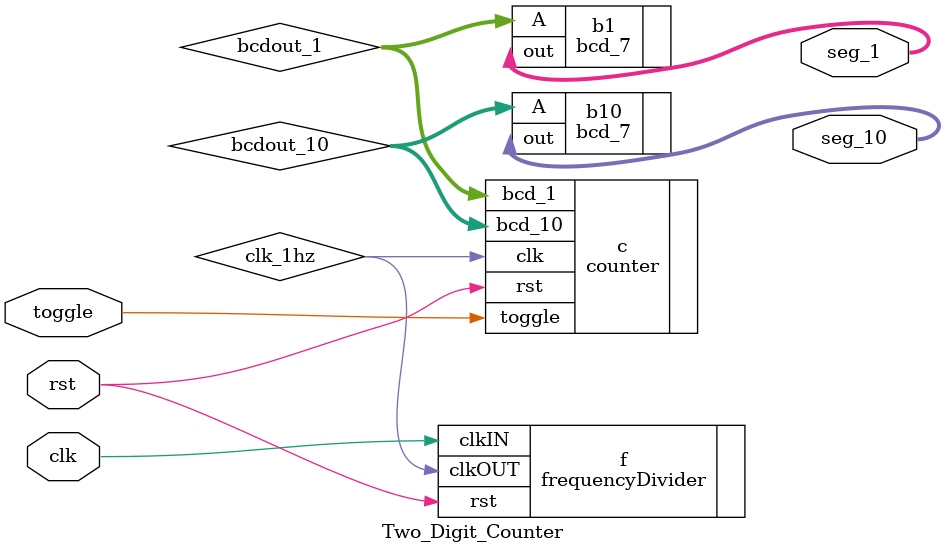
<source format=v>
`timescale 1ns / 1ps
module Two_Digit_Counter(
		input clk, rst, toggle,
		output [6:0] seg_1, seg_10 
    );
	
	wire [3:0] bcdout_1, bcdout_10;
	wire clk_1hz; 
	
	frequencyDivider f(.rst(rst), .clkIN(clk), .clkOUT(clk_1hz));
	counter c(.clk(clk_1hz), .rst(rst), .toggle(toggle), .bcd_1(bcdout_1), .bcd_10(bcdout_10));
	bcd_7 b1(.A(bcdout_1), .out(seg_1));
	bcd_7 b10(.A(bcdout_10), .out(seg_10));
endmodule

</source>
